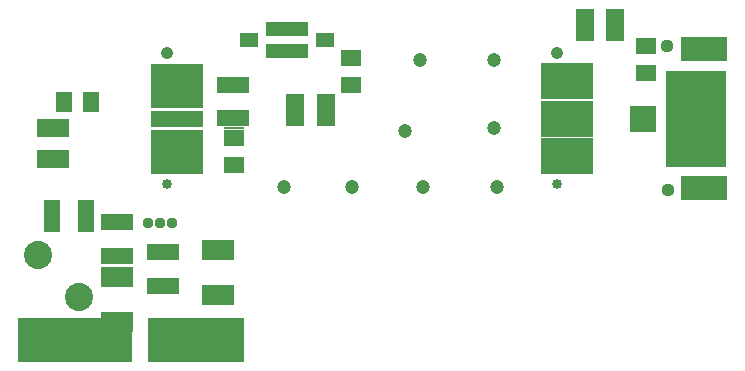
<source format=gbr>
G04 EAGLE Gerber RS-274X export*
G75*
%MOMM*%
%FSLAX34Y34*%
%LPD*%
%INSoldermask Top*%
%IPPOS*%
%AMOC8*
5,1,8,0,0,1.08239X$1,22.5*%
G01*
%ADD10C,1.203200*%
%ADD11R,0.490000X1.200000*%
%ADD12R,1.730000X0.200000*%
%ADD13R,9.750000X3.750000*%
%ADD14R,8.250000X3.750000*%
%ADD15R,1.600200X2.794000*%
%ADD16C,0.853200*%
%ADD17C,1.053200*%
%ADD18R,4.503200X3.843200*%
%ADD19R,4.503200X1.443200*%
%ADD20R,4.503200X3.043200*%
%ADD21R,2.203200X2.203200*%
%ADD22R,5.203200X8.203200*%
%ADD23R,1.603200X1.203200*%
%ADD24R,1.473200X2.743200*%
%ADD25C,2.387600*%
%ADD26R,2.743200X1.473200*%
%ADD27R,4.013200X2.108200*%
%ADD28R,2.794000X1.600200*%
%ADD29R,1.727200X1.473200*%
%ADD30R,2.743200X1.727200*%
%ADD31R,1.473200X1.727200*%
%ADD32C,1.109600*%
%ADD33C,0.959600*%


D10*
X91250Y-57500D03*
X148750Y-57500D03*
X271250Y-57500D03*
X206250Y50000D03*
X268750Y50000D03*
X193750Y-10000D03*
X268750Y-7500D03*
X208750Y-57500D03*
D11*
X93700Y76200D03*
X93700Y57200D03*
D12*
X48800Y-7900D03*
D13*
X-85625Y-187375D03*
D14*
X16625Y-187375D03*
D15*
X371670Y79308D03*
X345666Y79308D03*
D16*
X322250Y-55500D03*
D17*
X322250Y55500D03*
D16*
X-7750Y-55500D03*
D17*
X-7750Y55500D03*
D18*
X250Y28000D03*
X250Y-28000D03*
D19*
X250Y0D03*
D20*
X330250Y32000D03*
X330250Y0D03*
X330250Y-32000D03*
D21*
X395250Y0D03*
D22*
X440250Y0D03*
D23*
X61450Y66700D03*
X83450Y76200D03*
X83450Y57200D03*
X125950Y66700D03*
X103950Y57200D03*
X103950Y76200D03*
D24*
X-105038Y-82250D03*
X-76463Y-82250D03*
D25*
X-82097Y-150903D03*
X-117403Y-115597D03*
D15*
X126752Y7000D03*
X100748Y7000D03*
D26*
X48250Y213D03*
X48250Y28788D03*
D27*
X11000Y-188500D03*
X-79000Y-185250D03*
X446250Y58750D03*
D28*
X-104800Y-7698D03*
X-104800Y-33702D03*
D29*
X397500Y38570D03*
X397500Y61430D03*
X48750Y-38930D03*
X48750Y-16070D03*
X148000Y28570D03*
X148000Y51430D03*
D26*
X-50001Y-87462D03*
X-50000Y-116038D03*
X-11449Y-141238D03*
X-11450Y-112662D03*
D27*
X446250Y-58750D03*
D30*
X35000Y-149550D03*
X35000Y-111450D03*
X-50000Y-172050D03*
X-50000Y-133950D03*
D31*
X-72020Y14100D03*
X-94880Y14100D03*
D32*
X415000Y61250D03*
X416250Y-60000D03*
D33*
X-3750Y-88000D03*
X-23750Y-88000D03*
X-13750Y-88000D03*
M02*

</source>
